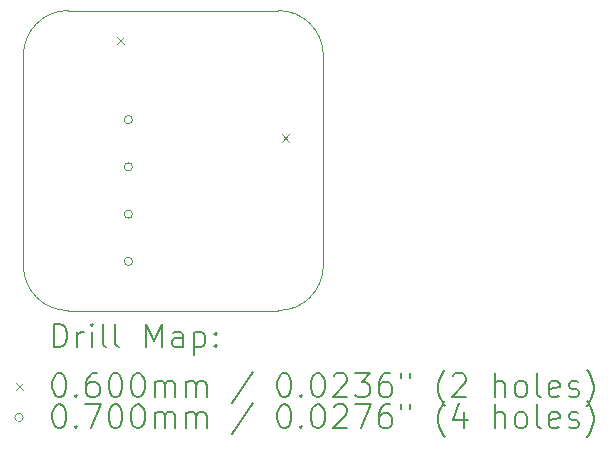
<source format=gbr>
%TF.GenerationSoftware,KiCad,Pcbnew,(6.0.8)*%
%TF.CreationDate,2022-11-26T11:36:30-06:00*%
%TF.ProjectId,connector-joint,636f6e6e-6563-4746-9f72-2d6a6f696e74,rev?*%
%TF.SameCoordinates,Original*%
%TF.FileFunction,Drillmap*%
%TF.FilePolarity,Positive*%
%FSLAX45Y45*%
G04 Gerber Fmt 4.5, Leading zero omitted, Abs format (unit mm)*
G04 Created by KiCad (PCBNEW (6.0.8)) date 2022-11-26 11:36:30*
%MOMM*%
%LPD*%
G01*
G04 APERTURE LIST*
%ADD10C,0.025400*%
%ADD11C,0.200000*%
%ADD12C,0.060000*%
%ADD13C,0.070000*%
G04 APERTURE END LIST*
D10*
X15367000Y-9525000D02*
X15367000Y-11303000D01*
X15367000Y-11303000D02*
G75*
G03*
X15748000Y-11684000I381000J0D01*
G01*
X17907000Y-11303000D02*
X17907000Y-9525000D01*
X15748000Y-9144000D02*
G75*
G03*
X15367000Y-9525000I0J-381000D01*
G01*
X15748000Y-11684000D02*
X17526000Y-11684000D01*
X17526000Y-9144000D02*
X15748000Y-9144000D01*
X17907000Y-9525000D02*
G75*
G03*
X17526000Y-9144000I-381000J0D01*
G01*
X17526000Y-11684000D02*
G75*
G03*
X17907000Y-11303000I0J381000D01*
G01*
D11*
D12*
X16162500Y-9368000D02*
X16222500Y-9428000D01*
X16222500Y-9368000D02*
X16162500Y-9428000D01*
X17559500Y-10193500D02*
X17619500Y-10253500D01*
X17619500Y-10193500D02*
X17559500Y-10253500D01*
D13*
X16291000Y-10068000D02*
G75*
G03*
X16291000Y-10068000I-35000J0D01*
G01*
X16291000Y-10468000D02*
G75*
G03*
X16291000Y-10468000I-35000J0D01*
G01*
X16291000Y-10868000D02*
G75*
G03*
X16291000Y-10868000I-35000J0D01*
G01*
X16291000Y-11268000D02*
G75*
G03*
X16291000Y-11268000I-35000J0D01*
G01*
D11*
X15623349Y-11995746D02*
X15623349Y-11795746D01*
X15670968Y-11795746D01*
X15699539Y-11805270D01*
X15718587Y-11824318D01*
X15728111Y-11843365D01*
X15737635Y-11881460D01*
X15737635Y-11910032D01*
X15728111Y-11948127D01*
X15718587Y-11967175D01*
X15699539Y-11986222D01*
X15670968Y-11995746D01*
X15623349Y-11995746D01*
X15823349Y-11995746D02*
X15823349Y-11862413D01*
X15823349Y-11900508D02*
X15832873Y-11881460D01*
X15842397Y-11871937D01*
X15861444Y-11862413D01*
X15880492Y-11862413D01*
X15947158Y-11995746D02*
X15947158Y-11862413D01*
X15947158Y-11795746D02*
X15937635Y-11805270D01*
X15947158Y-11814794D01*
X15956682Y-11805270D01*
X15947158Y-11795746D01*
X15947158Y-11814794D01*
X16070968Y-11995746D02*
X16051920Y-11986222D01*
X16042397Y-11967175D01*
X16042397Y-11795746D01*
X16175730Y-11995746D02*
X16156682Y-11986222D01*
X16147158Y-11967175D01*
X16147158Y-11795746D01*
X16404301Y-11995746D02*
X16404301Y-11795746D01*
X16470968Y-11938603D01*
X16537635Y-11795746D01*
X16537635Y-11995746D01*
X16718587Y-11995746D02*
X16718587Y-11890984D01*
X16709063Y-11871937D01*
X16690016Y-11862413D01*
X16651920Y-11862413D01*
X16632873Y-11871937D01*
X16718587Y-11986222D02*
X16699539Y-11995746D01*
X16651920Y-11995746D01*
X16632873Y-11986222D01*
X16623349Y-11967175D01*
X16623349Y-11948127D01*
X16632873Y-11929079D01*
X16651920Y-11919556D01*
X16699539Y-11919556D01*
X16718587Y-11910032D01*
X16813825Y-11862413D02*
X16813825Y-12062413D01*
X16813825Y-11871937D02*
X16832873Y-11862413D01*
X16870968Y-11862413D01*
X16890016Y-11871937D01*
X16899540Y-11881460D01*
X16909063Y-11900508D01*
X16909063Y-11957651D01*
X16899540Y-11976698D01*
X16890016Y-11986222D01*
X16870968Y-11995746D01*
X16832873Y-11995746D01*
X16813825Y-11986222D01*
X16994778Y-11976698D02*
X17004301Y-11986222D01*
X16994778Y-11995746D01*
X16985254Y-11986222D01*
X16994778Y-11976698D01*
X16994778Y-11995746D01*
X16994778Y-11871937D02*
X17004301Y-11881460D01*
X16994778Y-11890984D01*
X16985254Y-11881460D01*
X16994778Y-11871937D01*
X16994778Y-11890984D01*
D12*
X15305730Y-12295270D02*
X15365730Y-12355270D01*
X15365730Y-12295270D02*
X15305730Y-12355270D01*
D11*
X15661444Y-12215746D02*
X15680492Y-12215746D01*
X15699539Y-12225270D01*
X15709063Y-12234794D01*
X15718587Y-12253841D01*
X15728111Y-12291937D01*
X15728111Y-12339556D01*
X15718587Y-12377651D01*
X15709063Y-12396698D01*
X15699539Y-12406222D01*
X15680492Y-12415746D01*
X15661444Y-12415746D01*
X15642397Y-12406222D01*
X15632873Y-12396698D01*
X15623349Y-12377651D01*
X15613825Y-12339556D01*
X15613825Y-12291937D01*
X15623349Y-12253841D01*
X15632873Y-12234794D01*
X15642397Y-12225270D01*
X15661444Y-12215746D01*
X15813825Y-12396698D02*
X15823349Y-12406222D01*
X15813825Y-12415746D01*
X15804301Y-12406222D01*
X15813825Y-12396698D01*
X15813825Y-12415746D01*
X15994778Y-12215746D02*
X15956682Y-12215746D01*
X15937635Y-12225270D01*
X15928111Y-12234794D01*
X15909063Y-12263365D01*
X15899539Y-12301460D01*
X15899539Y-12377651D01*
X15909063Y-12396698D01*
X15918587Y-12406222D01*
X15937635Y-12415746D01*
X15975730Y-12415746D01*
X15994778Y-12406222D01*
X16004301Y-12396698D01*
X16013825Y-12377651D01*
X16013825Y-12330032D01*
X16004301Y-12310984D01*
X15994778Y-12301460D01*
X15975730Y-12291937D01*
X15937635Y-12291937D01*
X15918587Y-12301460D01*
X15909063Y-12310984D01*
X15899539Y-12330032D01*
X16137635Y-12215746D02*
X16156682Y-12215746D01*
X16175730Y-12225270D01*
X16185254Y-12234794D01*
X16194778Y-12253841D01*
X16204301Y-12291937D01*
X16204301Y-12339556D01*
X16194778Y-12377651D01*
X16185254Y-12396698D01*
X16175730Y-12406222D01*
X16156682Y-12415746D01*
X16137635Y-12415746D01*
X16118587Y-12406222D01*
X16109063Y-12396698D01*
X16099539Y-12377651D01*
X16090016Y-12339556D01*
X16090016Y-12291937D01*
X16099539Y-12253841D01*
X16109063Y-12234794D01*
X16118587Y-12225270D01*
X16137635Y-12215746D01*
X16328111Y-12215746D02*
X16347158Y-12215746D01*
X16366206Y-12225270D01*
X16375730Y-12234794D01*
X16385254Y-12253841D01*
X16394778Y-12291937D01*
X16394778Y-12339556D01*
X16385254Y-12377651D01*
X16375730Y-12396698D01*
X16366206Y-12406222D01*
X16347158Y-12415746D01*
X16328111Y-12415746D01*
X16309063Y-12406222D01*
X16299539Y-12396698D01*
X16290016Y-12377651D01*
X16280492Y-12339556D01*
X16280492Y-12291937D01*
X16290016Y-12253841D01*
X16299539Y-12234794D01*
X16309063Y-12225270D01*
X16328111Y-12215746D01*
X16480492Y-12415746D02*
X16480492Y-12282413D01*
X16480492Y-12301460D02*
X16490016Y-12291937D01*
X16509063Y-12282413D01*
X16537635Y-12282413D01*
X16556682Y-12291937D01*
X16566206Y-12310984D01*
X16566206Y-12415746D01*
X16566206Y-12310984D02*
X16575730Y-12291937D01*
X16594778Y-12282413D01*
X16623349Y-12282413D01*
X16642397Y-12291937D01*
X16651920Y-12310984D01*
X16651920Y-12415746D01*
X16747158Y-12415746D02*
X16747158Y-12282413D01*
X16747158Y-12301460D02*
X16756682Y-12291937D01*
X16775730Y-12282413D01*
X16804301Y-12282413D01*
X16823349Y-12291937D01*
X16832873Y-12310984D01*
X16832873Y-12415746D01*
X16832873Y-12310984D02*
X16842397Y-12291937D01*
X16861444Y-12282413D01*
X16890016Y-12282413D01*
X16909063Y-12291937D01*
X16918587Y-12310984D01*
X16918587Y-12415746D01*
X17309063Y-12206222D02*
X17137635Y-12463365D01*
X17566206Y-12215746D02*
X17585254Y-12215746D01*
X17604301Y-12225270D01*
X17613825Y-12234794D01*
X17623349Y-12253841D01*
X17632873Y-12291937D01*
X17632873Y-12339556D01*
X17623349Y-12377651D01*
X17613825Y-12396698D01*
X17604301Y-12406222D01*
X17585254Y-12415746D01*
X17566206Y-12415746D01*
X17547159Y-12406222D01*
X17537635Y-12396698D01*
X17528111Y-12377651D01*
X17518587Y-12339556D01*
X17518587Y-12291937D01*
X17528111Y-12253841D01*
X17537635Y-12234794D01*
X17547159Y-12225270D01*
X17566206Y-12215746D01*
X17718587Y-12396698D02*
X17728111Y-12406222D01*
X17718587Y-12415746D01*
X17709063Y-12406222D01*
X17718587Y-12396698D01*
X17718587Y-12415746D01*
X17851920Y-12215746D02*
X17870968Y-12215746D01*
X17890016Y-12225270D01*
X17899540Y-12234794D01*
X17909063Y-12253841D01*
X17918587Y-12291937D01*
X17918587Y-12339556D01*
X17909063Y-12377651D01*
X17899540Y-12396698D01*
X17890016Y-12406222D01*
X17870968Y-12415746D01*
X17851920Y-12415746D01*
X17832873Y-12406222D01*
X17823349Y-12396698D01*
X17813825Y-12377651D01*
X17804301Y-12339556D01*
X17804301Y-12291937D01*
X17813825Y-12253841D01*
X17823349Y-12234794D01*
X17832873Y-12225270D01*
X17851920Y-12215746D01*
X17994778Y-12234794D02*
X18004301Y-12225270D01*
X18023349Y-12215746D01*
X18070968Y-12215746D01*
X18090016Y-12225270D01*
X18099540Y-12234794D01*
X18109063Y-12253841D01*
X18109063Y-12272889D01*
X18099540Y-12301460D01*
X17985254Y-12415746D01*
X18109063Y-12415746D01*
X18175730Y-12215746D02*
X18299540Y-12215746D01*
X18232873Y-12291937D01*
X18261444Y-12291937D01*
X18280492Y-12301460D01*
X18290016Y-12310984D01*
X18299540Y-12330032D01*
X18299540Y-12377651D01*
X18290016Y-12396698D01*
X18280492Y-12406222D01*
X18261444Y-12415746D01*
X18204301Y-12415746D01*
X18185254Y-12406222D01*
X18175730Y-12396698D01*
X18470968Y-12215746D02*
X18432873Y-12215746D01*
X18413825Y-12225270D01*
X18404301Y-12234794D01*
X18385254Y-12263365D01*
X18375730Y-12301460D01*
X18375730Y-12377651D01*
X18385254Y-12396698D01*
X18394778Y-12406222D01*
X18413825Y-12415746D01*
X18451920Y-12415746D01*
X18470968Y-12406222D01*
X18480492Y-12396698D01*
X18490016Y-12377651D01*
X18490016Y-12330032D01*
X18480492Y-12310984D01*
X18470968Y-12301460D01*
X18451920Y-12291937D01*
X18413825Y-12291937D01*
X18394778Y-12301460D01*
X18385254Y-12310984D01*
X18375730Y-12330032D01*
X18566206Y-12215746D02*
X18566206Y-12253841D01*
X18642397Y-12215746D02*
X18642397Y-12253841D01*
X18937635Y-12491937D02*
X18928111Y-12482413D01*
X18909063Y-12453841D01*
X18899540Y-12434794D01*
X18890016Y-12406222D01*
X18880492Y-12358603D01*
X18880492Y-12320508D01*
X18890016Y-12272889D01*
X18899540Y-12244318D01*
X18909063Y-12225270D01*
X18928111Y-12196698D01*
X18937635Y-12187175D01*
X19004301Y-12234794D02*
X19013825Y-12225270D01*
X19032873Y-12215746D01*
X19080492Y-12215746D01*
X19099540Y-12225270D01*
X19109063Y-12234794D01*
X19118587Y-12253841D01*
X19118587Y-12272889D01*
X19109063Y-12301460D01*
X18994778Y-12415746D01*
X19118587Y-12415746D01*
X19356682Y-12415746D02*
X19356682Y-12215746D01*
X19442397Y-12415746D02*
X19442397Y-12310984D01*
X19432873Y-12291937D01*
X19413825Y-12282413D01*
X19385254Y-12282413D01*
X19366206Y-12291937D01*
X19356682Y-12301460D01*
X19566206Y-12415746D02*
X19547159Y-12406222D01*
X19537635Y-12396698D01*
X19528111Y-12377651D01*
X19528111Y-12320508D01*
X19537635Y-12301460D01*
X19547159Y-12291937D01*
X19566206Y-12282413D01*
X19594778Y-12282413D01*
X19613825Y-12291937D01*
X19623349Y-12301460D01*
X19632873Y-12320508D01*
X19632873Y-12377651D01*
X19623349Y-12396698D01*
X19613825Y-12406222D01*
X19594778Y-12415746D01*
X19566206Y-12415746D01*
X19747159Y-12415746D02*
X19728111Y-12406222D01*
X19718587Y-12387175D01*
X19718587Y-12215746D01*
X19899540Y-12406222D02*
X19880492Y-12415746D01*
X19842397Y-12415746D01*
X19823349Y-12406222D01*
X19813825Y-12387175D01*
X19813825Y-12310984D01*
X19823349Y-12291937D01*
X19842397Y-12282413D01*
X19880492Y-12282413D01*
X19899540Y-12291937D01*
X19909063Y-12310984D01*
X19909063Y-12330032D01*
X19813825Y-12349079D01*
X19985254Y-12406222D02*
X20004301Y-12415746D01*
X20042397Y-12415746D01*
X20061444Y-12406222D01*
X20070968Y-12387175D01*
X20070968Y-12377651D01*
X20061444Y-12358603D01*
X20042397Y-12349079D01*
X20013825Y-12349079D01*
X19994778Y-12339556D01*
X19985254Y-12320508D01*
X19985254Y-12310984D01*
X19994778Y-12291937D01*
X20013825Y-12282413D01*
X20042397Y-12282413D01*
X20061444Y-12291937D01*
X20137635Y-12491937D02*
X20147159Y-12482413D01*
X20166206Y-12453841D01*
X20175730Y-12434794D01*
X20185254Y-12406222D01*
X20194778Y-12358603D01*
X20194778Y-12320508D01*
X20185254Y-12272889D01*
X20175730Y-12244318D01*
X20166206Y-12225270D01*
X20147159Y-12196698D01*
X20137635Y-12187175D01*
D13*
X15365730Y-12589270D02*
G75*
G03*
X15365730Y-12589270I-35000J0D01*
G01*
D11*
X15661444Y-12479746D02*
X15680492Y-12479746D01*
X15699539Y-12489270D01*
X15709063Y-12498794D01*
X15718587Y-12517841D01*
X15728111Y-12555937D01*
X15728111Y-12603556D01*
X15718587Y-12641651D01*
X15709063Y-12660698D01*
X15699539Y-12670222D01*
X15680492Y-12679746D01*
X15661444Y-12679746D01*
X15642397Y-12670222D01*
X15632873Y-12660698D01*
X15623349Y-12641651D01*
X15613825Y-12603556D01*
X15613825Y-12555937D01*
X15623349Y-12517841D01*
X15632873Y-12498794D01*
X15642397Y-12489270D01*
X15661444Y-12479746D01*
X15813825Y-12660698D02*
X15823349Y-12670222D01*
X15813825Y-12679746D01*
X15804301Y-12670222D01*
X15813825Y-12660698D01*
X15813825Y-12679746D01*
X15890016Y-12479746D02*
X16023349Y-12479746D01*
X15937635Y-12679746D01*
X16137635Y-12479746D02*
X16156682Y-12479746D01*
X16175730Y-12489270D01*
X16185254Y-12498794D01*
X16194778Y-12517841D01*
X16204301Y-12555937D01*
X16204301Y-12603556D01*
X16194778Y-12641651D01*
X16185254Y-12660698D01*
X16175730Y-12670222D01*
X16156682Y-12679746D01*
X16137635Y-12679746D01*
X16118587Y-12670222D01*
X16109063Y-12660698D01*
X16099539Y-12641651D01*
X16090016Y-12603556D01*
X16090016Y-12555937D01*
X16099539Y-12517841D01*
X16109063Y-12498794D01*
X16118587Y-12489270D01*
X16137635Y-12479746D01*
X16328111Y-12479746D02*
X16347158Y-12479746D01*
X16366206Y-12489270D01*
X16375730Y-12498794D01*
X16385254Y-12517841D01*
X16394778Y-12555937D01*
X16394778Y-12603556D01*
X16385254Y-12641651D01*
X16375730Y-12660698D01*
X16366206Y-12670222D01*
X16347158Y-12679746D01*
X16328111Y-12679746D01*
X16309063Y-12670222D01*
X16299539Y-12660698D01*
X16290016Y-12641651D01*
X16280492Y-12603556D01*
X16280492Y-12555937D01*
X16290016Y-12517841D01*
X16299539Y-12498794D01*
X16309063Y-12489270D01*
X16328111Y-12479746D01*
X16480492Y-12679746D02*
X16480492Y-12546413D01*
X16480492Y-12565460D02*
X16490016Y-12555937D01*
X16509063Y-12546413D01*
X16537635Y-12546413D01*
X16556682Y-12555937D01*
X16566206Y-12574984D01*
X16566206Y-12679746D01*
X16566206Y-12574984D02*
X16575730Y-12555937D01*
X16594778Y-12546413D01*
X16623349Y-12546413D01*
X16642397Y-12555937D01*
X16651920Y-12574984D01*
X16651920Y-12679746D01*
X16747158Y-12679746D02*
X16747158Y-12546413D01*
X16747158Y-12565460D02*
X16756682Y-12555937D01*
X16775730Y-12546413D01*
X16804301Y-12546413D01*
X16823349Y-12555937D01*
X16832873Y-12574984D01*
X16832873Y-12679746D01*
X16832873Y-12574984D02*
X16842397Y-12555937D01*
X16861444Y-12546413D01*
X16890016Y-12546413D01*
X16909063Y-12555937D01*
X16918587Y-12574984D01*
X16918587Y-12679746D01*
X17309063Y-12470222D02*
X17137635Y-12727365D01*
X17566206Y-12479746D02*
X17585254Y-12479746D01*
X17604301Y-12489270D01*
X17613825Y-12498794D01*
X17623349Y-12517841D01*
X17632873Y-12555937D01*
X17632873Y-12603556D01*
X17623349Y-12641651D01*
X17613825Y-12660698D01*
X17604301Y-12670222D01*
X17585254Y-12679746D01*
X17566206Y-12679746D01*
X17547159Y-12670222D01*
X17537635Y-12660698D01*
X17528111Y-12641651D01*
X17518587Y-12603556D01*
X17518587Y-12555937D01*
X17528111Y-12517841D01*
X17537635Y-12498794D01*
X17547159Y-12489270D01*
X17566206Y-12479746D01*
X17718587Y-12660698D02*
X17728111Y-12670222D01*
X17718587Y-12679746D01*
X17709063Y-12670222D01*
X17718587Y-12660698D01*
X17718587Y-12679746D01*
X17851920Y-12479746D02*
X17870968Y-12479746D01*
X17890016Y-12489270D01*
X17899540Y-12498794D01*
X17909063Y-12517841D01*
X17918587Y-12555937D01*
X17918587Y-12603556D01*
X17909063Y-12641651D01*
X17899540Y-12660698D01*
X17890016Y-12670222D01*
X17870968Y-12679746D01*
X17851920Y-12679746D01*
X17832873Y-12670222D01*
X17823349Y-12660698D01*
X17813825Y-12641651D01*
X17804301Y-12603556D01*
X17804301Y-12555937D01*
X17813825Y-12517841D01*
X17823349Y-12498794D01*
X17832873Y-12489270D01*
X17851920Y-12479746D01*
X17994778Y-12498794D02*
X18004301Y-12489270D01*
X18023349Y-12479746D01*
X18070968Y-12479746D01*
X18090016Y-12489270D01*
X18099540Y-12498794D01*
X18109063Y-12517841D01*
X18109063Y-12536889D01*
X18099540Y-12565460D01*
X17985254Y-12679746D01*
X18109063Y-12679746D01*
X18175730Y-12479746D02*
X18309063Y-12479746D01*
X18223349Y-12679746D01*
X18470968Y-12479746D02*
X18432873Y-12479746D01*
X18413825Y-12489270D01*
X18404301Y-12498794D01*
X18385254Y-12527365D01*
X18375730Y-12565460D01*
X18375730Y-12641651D01*
X18385254Y-12660698D01*
X18394778Y-12670222D01*
X18413825Y-12679746D01*
X18451920Y-12679746D01*
X18470968Y-12670222D01*
X18480492Y-12660698D01*
X18490016Y-12641651D01*
X18490016Y-12594032D01*
X18480492Y-12574984D01*
X18470968Y-12565460D01*
X18451920Y-12555937D01*
X18413825Y-12555937D01*
X18394778Y-12565460D01*
X18385254Y-12574984D01*
X18375730Y-12594032D01*
X18566206Y-12479746D02*
X18566206Y-12517841D01*
X18642397Y-12479746D02*
X18642397Y-12517841D01*
X18937635Y-12755937D02*
X18928111Y-12746413D01*
X18909063Y-12717841D01*
X18899540Y-12698794D01*
X18890016Y-12670222D01*
X18880492Y-12622603D01*
X18880492Y-12584508D01*
X18890016Y-12536889D01*
X18899540Y-12508318D01*
X18909063Y-12489270D01*
X18928111Y-12460698D01*
X18937635Y-12451175D01*
X19099540Y-12546413D02*
X19099540Y-12679746D01*
X19051920Y-12470222D02*
X19004301Y-12613079D01*
X19128111Y-12613079D01*
X19356682Y-12679746D02*
X19356682Y-12479746D01*
X19442397Y-12679746D02*
X19442397Y-12574984D01*
X19432873Y-12555937D01*
X19413825Y-12546413D01*
X19385254Y-12546413D01*
X19366206Y-12555937D01*
X19356682Y-12565460D01*
X19566206Y-12679746D02*
X19547159Y-12670222D01*
X19537635Y-12660698D01*
X19528111Y-12641651D01*
X19528111Y-12584508D01*
X19537635Y-12565460D01*
X19547159Y-12555937D01*
X19566206Y-12546413D01*
X19594778Y-12546413D01*
X19613825Y-12555937D01*
X19623349Y-12565460D01*
X19632873Y-12584508D01*
X19632873Y-12641651D01*
X19623349Y-12660698D01*
X19613825Y-12670222D01*
X19594778Y-12679746D01*
X19566206Y-12679746D01*
X19747159Y-12679746D02*
X19728111Y-12670222D01*
X19718587Y-12651175D01*
X19718587Y-12479746D01*
X19899540Y-12670222D02*
X19880492Y-12679746D01*
X19842397Y-12679746D01*
X19823349Y-12670222D01*
X19813825Y-12651175D01*
X19813825Y-12574984D01*
X19823349Y-12555937D01*
X19842397Y-12546413D01*
X19880492Y-12546413D01*
X19899540Y-12555937D01*
X19909063Y-12574984D01*
X19909063Y-12594032D01*
X19813825Y-12613079D01*
X19985254Y-12670222D02*
X20004301Y-12679746D01*
X20042397Y-12679746D01*
X20061444Y-12670222D01*
X20070968Y-12651175D01*
X20070968Y-12641651D01*
X20061444Y-12622603D01*
X20042397Y-12613079D01*
X20013825Y-12613079D01*
X19994778Y-12603556D01*
X19985254Y-12584508D01*
X19985254Y-12574984D01*
X19994778Y-12555937D01*
X20013825Y-12546413D01*
X20042397Y-12546413D01*
X20061444Y-12555937D01*
X20137635Y-12755937D02*
X20147159Y-12746413D01*
X20166206Y-12717841D01*
X20175730Y-12698794D01*
X20185254Y-12670222D01*
X20194778Y-12622603D01*
X20194778Y-12584508D01*
X20185254Y-12536889D01*
X20175730Y-12508318D01*
X20166206Y-12489270D01*
X20147159Y-12460698D01*
X20137635Y-12451175D01*
M02*

</source>
